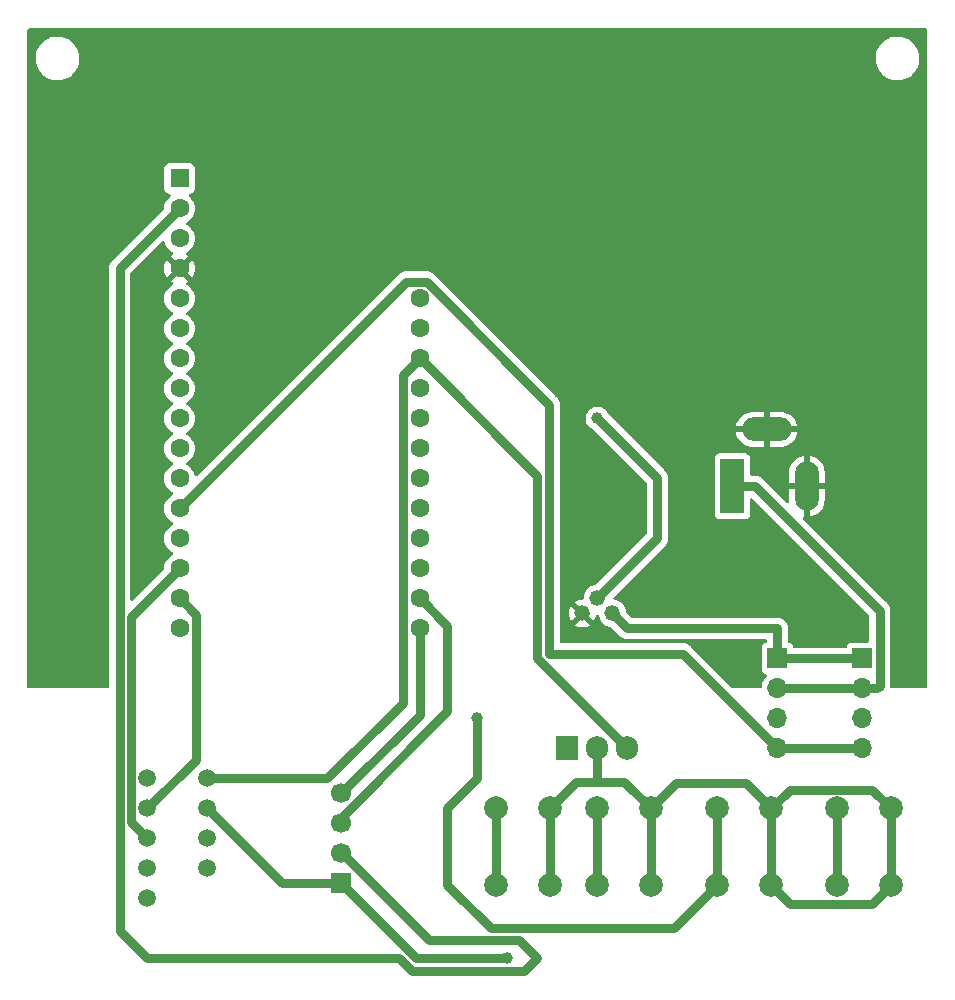
<source format=gbr>
%TF.GenerationSoftware,KiCad,Pcbnew,7.0.6*%
%TF.CreationDate,2024-05-09T00:55:35-07:00*%
%TF.ProjectId,PCB final,50434220-6669-46e6-916c-2e6b69636164,rev?*%
%TF.SameCoordinates,Original*%
%TF.FileFunction,Copper,L2,Bot*%
%TF.FilePolarity,Positive*%
%FSLAX46Y46*%
G04 Gerber Fmt 4.6, Leading zero omitted, Abs format (unit mm)*
G04 Created by KiCad (PCBNEW 7.0.6) date 2024-05-09 00:55:35*
%MOMM*%
%LPD*%
G01*
G04 APERTURE LIST*
%TA.AperFunction,ComponentPad*%
%ADD10R,1.700000X1.700000*%
%TD*%
%TA.AperFunction,ComponentPad*%
%ADD11O,1.700000X1.700000*%
%TD*%
%TA.AperFunction,ComponentPad*%
%ADD12C,2.000000*%
%TD*%
%TA.AperFunction,ComponentPad*%
%ADD13C,1.320800*%
%TD*%
%TA.AperFunction,ComponentPad*%
%ADD14R,2.000000X4.600000*%
%TD*%
%TA.AperFunction,ComponentPad*%
%ADD15O,2.000000X4.200000*%
%TD*%
%TA.AperFunction,ComponentPad*%
%ADD16O,4.200000X2.000000*%
%TD*%
%TA.AperFunction,ComponentPad*%
%ADD17R,1.600000X1.600000*%
%TD*%
%TA.AperFunction,ComponentPad*%
%ADD18C,1.600000*%
%TD*%
%TA.AperFunction,ComponentPad*%
%ADD19R,1.905000X2.000000*%
%TD*%
%TA.AperFunction,ComponentPad*%
%ADD20O,1.905000X2.000000*%
%TD*%
%TA.AperFunction,ComponentPad*%
%ADD21C,1.700000*%
%TD*%
%TA.AperFunction,ComponentPad*%
%ADD22C,1.508000*%
%TD*%
%TA.AperFunction,ViaPad*%
%ADD23C,1.000000*%
%TD*%
%TA.AperFunction,Conductor*%
%ADD24C,0.800000*%
%TD*%
G04 APERTURE END LIST*
D10*
%TO.P,FAN2,1,Pin_1*%
%TO.N,FAN1 (GND)*%
X98630000Y-116840000D03*
D11*
%TO.P,FAN2,2,Pin_2*%
%TO.N,Net-(FAN1-Pin_2)*%
X98630000Y-119380000D03*
%TO.P,FAN2,3,Pin_3*%
%TO.N,unconnected-(FAN2-Pin_3-Pad3)*%
X98630000Y-121920000D03*
%TO.P,FAN2,4,Pin_4*%
%TO.N,FAN (PWM)*%
X98630000Y-124460000D03*
%TD*%
D12*
%TO.P,SW1,1,1*%
%TO.N,Net-(ESP32FeatherBoard1-DAC2{slash}A0)*%
X67650000Y-136040000D03*
X67650000Y-129540000D03*
%TO.P,SW1,2,2*%
%TO.N,GND*%
X72150000Y-136040000D03*
X72150000Y-129540000D03*
%TD*%
%TO.P,SW2,1,1*%
%TO.N,Net-(ESP32FeatherBoard1-DAC1{slash}A1)*%
X76200000Y-136040000D03*
X76200000Y-129540000D03*
%TO.P,SW2,2,2*%
%TO.N,GND*%
X80700000Y-136040000D03*
X80700000Y-129540000D03*
%TD*%
D13*
%TO.P,TN0702N3-G1,1,SOURCE*%
%TO.N,GND*%
X74930000Y-113030000D03*
%TO.P,TN0702N3-G1,2,GATE*%
%TO.N,Net-(ESP32FeatherBoard1-MISO{slash}IO19)*%
X76200000Y-111760000D03*
%TO.P,TN0702N3-G1,3,DRAIN*%
%TO.N,FAN1 (GND)*%
X77470000Y-113030000D03*
%TD*%
D12*
%TO.P,SW3,1,1*%
%TO.N,Net-(ESP32FeatherBoard1-I34{slash}A2)*%
X96520000Y-136040000D03*
X96520000Y-129540000D03*
%TO.P,SW3,2,2*%
%TO.N,GND*%
X101020000Y-136040000D03*
X101020000Y-129540000D03*
%TD*%
D14*
%TO.P,BarrelJack1,1*%
%TO.N,Net-(FAN1-Pin_2)*%
X87630000Y-102250000D03*
D15*
%TO.P,BarrelJack1,2*%
%TO.N,GND*%
X93930000Y-102250000D03*
D16*
%TO.P,BarrelJack1,3*%
X90530000Y-97450000D03*
%TD*%
D17*
%TO.P,ESP32FeatherBoard1,1,~{RESET}*%
%TO.N,unconnected-(ESP32FeatherBoard1-~{RESET}-Pad1)*%
X40826000Y-76200000D03*
D18*
%TO.P,ESP32FeatherBoard1,2,3V3*%
%TO.N,Net-(ESP32FeatherBoard1-3V3)*%
X40826000Y-78740000D03*
%TO.P,ESP32FeatherBoard1,3,NC*%
%TO.N,unconnected-(ESP32FeatherBoard1-NC-Pad3)*%
X40826000Y-81280000D03*
%TO.P,ESP32FeatherBoard1,4,GND*%
%TO.N,GND*%
X40826000Y-83820000D03*
%TO.P,ESP32FeatherBoard1,5,DAC2/A0*%
%TO.N,Net-(ESP32FeatherBoard1-DAC2{slash}A0)*%
X40826000Y-86360000D03*
%TO.P,ESP32FeatherBoard1,6,DAC1/A1*%
%TO.N,Net-(ESP32FeatherBoard1-DAC1{slash}A1)*%
X40826000Y-88900000D03*
%TO.P,ESP32FeatherBoard1,7,I34/A2*%
%TO.N,Net-(ESP32FeatherBoard1-I34{slash}A2)*%
X40826000Y-91440000D03*
%TO.P,ESP32FeatherBoard1,8,I39/A3*%
%TO.N,Net-(ESP32FeatherBoard1-I39{slash}A3)*%
X40826000Y-93980000D03*
%TO.P,ESP32FeatherBoard1,9,IO36/A4*%
%TO.N,unconnected-(ESP32FeatherBoard1-IO36{slash}A4-Pad9)*%
X40826000Y-96520000D03*
%TO.P,ESP32FeatherBoard1,10,IO4/A5*%
%TO.N,unconnected-(ESP32FeatherBoard1-IO4{slash}A5-Pad10)*%
X40826000Y-99060000D03*
%TO.P,ESP32FeatherBoard1,11,SCK/IO5*%
%TO.N,unconnected-(ESP32FeatherBoard1-SCK{slash}IO5-Pad11)*%
X40826000Y-101600000D03*
%TO.P,ESP32FeatherBoard1,12,MOSI/IO18*%
%TO.N,FAN (PWM)*%
X40826000Y-104140000D03*
%TO.P,ESP32FeatherBoard1,13,MISO/IO19*%
%TO.N,Net-(ESP32FeatherBoard1-MISO{slash}IO19)*%
X40826000Y-106680000D03*
%TO.P,ESP32FeatherBoard1,14,RX/IO16*%
%TO.N,Net-(ESP32FeatherBoard1-RX{slash}IO16)*%
X40826000Y-109220000D03*
%TO.P,ESP32FeatherBoard1,15,TX/IO17*%
%TO.N,Net-(ESP32FeatherBoard1-TX{slash}IO17)*%
X40826000Y-111760000D03*
%TO.P,ESP32FeatherBoard1,16,IO21*%
%TO.N,unconnected-(ESP32FeatherBoard1-IO21-Pad16)*%
X40826000Y-114300000D03*
%TO.P,ESP32FeatherBoard1,17,SDA/IO23*%
%TO.N,Net-(ESP32FeatherBoard1-SDA{slash}IO23)*%
X61146000Y-114300000D03*
%TO.P,ESP32FeatherBoard1,18,SCL/IO22*%
%TO.N,Net-(ESP32FeatherBoard1-SCL{slash}IO22)*%
X61146000Y-111760000D03*
%TO.P,ESP32FeatherBoard1,19,A6/IO14*%
%TO.N,unconnected-(ESP32FeatherBoard1-A6{slash}IO14-Pad19)*%
X61146000Y-109220000D03*
%TO.P,ESP32FeatherBoard1,20,A7/IO32*%
%TO.N,unconnected-(ESP32FeatherBoard1-A7{slash}IO32-Pad20)*%
X61146000Y-106680000D03*
%TO.P,ESP32FeatherBoard1,21,A8/IO15*%
%TO.N,unconnected-(ESP32FeatherBoard1-A8{slash}IO15-Pad21)*%
X61146000Y-104140000D03*
%TO.P,ESP32FeatherBoard1,22,A9/IO33*%
%TO.N,unconnected-(ESP32FeatherBoard1-A9{slash}IO33-Pad22)*%
X61146000Y-101600000D03*
%TO.P,ESP32FeatherBoard1,23,A10/IO27*%
%TO.N,unconnected-(ESP32FeatherBoard1-A10{slash}IO27-Pad23)*%
X61146000Y-99060000D03*
%TO.P,ESP32FeatherBoard1,24,A11/IO12*%
%TO.N,unconnected-(ESP32FeatherBoard1-A11{slash}IO12-Pad24)*%
X61146000Y-96520000D03*
%TO.P,ESP32FeatherBoard1,25,A12/IO13*%
%TO.N,unconnected-(ESP32FeatherBoard1-A12{slash}IO13-Pad25)*%
X61146000Y-93980000D03*
%TO.P,ESP32FeatherBoard1,26,USB*%
%TO.N,USB*%
X61146000Y-91440000D03*
%TO.P,ESP32FeatherBoard1,27,EN*%
%TO.N,unconnected-(ESP32FeatherBoard1-EN-Pad27)*%
X61146000Y-88900000D03*
%TO.P,ESP32FeatherBoard1,28,VBAT*%
%TO.N,unconnected-(ESP32FeatherBoard1-VBAT-Pad28)*%
X61146000Y-86360000D03*
%TD*%
D19*
%TO.P,LM7805,1,IN*%
%TO.N,Net-(FAN1-Pin_2)*%
X73660000Y-124460000D03*
D20*
%TO.P,LM7805,2,GND*%
%TO.N,GND*%
X76200000Y-124460000D03*
%TO.P,LM7805,3,OUT*%
%TO.N,USB*%
X78740000Y-124460000D03*
%TD*%
D10*
%TO.P,OLED-SSD1306,1,GND*%
%TO.N,GND*%
X54464000Y-135890000D03*
D21*
%TO.P,OLED-SSD1306,2,VCC*%
%TO.N,Net-(ESP32FeatherBoard1-3V3)*%
X54464000Y-133350000D03*
%TO.P,OLED-SSD1306,3,SCL*%
%TO.N,Net-(ESP32FeatherBoard1-SCL{slash}IO22)*%
X54464000Y-130810000D03*
%TO.P,OLED-SSD1306,4,SDA*%
%TO.N,Net-(ESP32FeatherBoard1-SDA{slash}IO23)*%
X54464000Y-128270000D03*
%TD*%
D22*
%TO.P,MH-Z19B1,GND,GND*%
%TO.N,GND*%
X43180000Y-129540000D03*
%TO.P,MH-Z19B1,RX,RX*%
%TO.N,Net-(ESP32FeatherBoard1-TX{slash}IO17)*%
X38100000Y-129540000D03*
%TO.P,MH-Z19B1,TX,TX*%
%TO.N,Net-(ESP32FeatherBoard1-RX{slash}IO16)*%
X38100000Y-132080000D03*
%TO.P,MH-Z19B1,VIN,VIN*%
%TO.N,USB*%
X43180000Y-127000000D03*
%TO.P,MH-Z19B1,X@1*%
%TO.N,N/C*%
X43180000Y-132080000D03*
%TO.P,MH-Z19B1,X@2*%
X43180000Y-134620000D03*
%TO.P,MH-Z19B1,X@3*%
X38100000Y-127000000D03*
%TO.P,MH-Z19B1,X@4*%
X38100000Y-134620000D03*
%TO.P,MH-Z19B1,XQ5*%
X38100000Y-137160000D03*
%TD*%
D10*
%TO.P,FAN1,1,Pin_1*%
%TO.N,FAN1 (GND)*%
X91440000Y-116840000D03*
D11*
%TO.P,FAN1,2,Pin_2*%
%TO.N,Net-(FAN1-Pin_2)*%
X91440000Y-119380000D03*
%TO.P,FAN1,3,Pin_3*%
%TO.N,unconnected-(FAN1-Pin_3-Pad3)*%
X91440000Y-121920000D03*
%TO.P,FAN1,4,Pin_4*%
%TO.N,FAN (PWM)*%
X91440000Y-124460000D03*
%TD*%
D12*
%TO.P,SW4,1,1*%
%TO.N,Net-(ESP32FeatherBoard1-I39{slash}A3)*%
X86360000Y-136040000D03*
X86360000Y-129540000D03*
%TO.P,SW4,2,2*%
%TO.N,GND*%
X90860000Y-136040000D03*
X90860000Y-129540000D03*
%TD*%
D23*
%TO.N,GND*%
X68580000Y-142240000D03*
%TO.N,Net-(ESP32FeatherBoard1-I39{slash}A3)*%
X66040000Y-121920000D03*
%TO.N,Net-(ESP32FeatherBoard1-MISO{slash}IO19)*%
X76200000Y-96520000D03*
%TD*%
D24*
%TO.N,GND*%
X60814000Y-142240000D02*
X68580000Y-142240000D01*
X82825786Y-127414214D02*
X80700000Y-129540000D01*
X101020000Y-129540000D02*
X99420000Y-127940000D01*
X76200000Y-124460000D02*
X76200000Y-126870000D01*
X76200000Y-127320000D02*
X74370000Y-127320000D01*
X49530000Y-135890000D02*
X54464000Y-135890000D01*
X76200000Y-124460000D02*
X76200000Y-127320000D01*
X90860000Y-129540000D02*
X90860000Y-136040000D01*
X88734214Y-127414214D02*
X82825786Y-127414214D01*
X101020000Y-136040000D02*
X99420000Y-137640000D01*
X90860000Y-129540000D02*
X88734214Y-127414214D01*
X92460000Y-137640000D02*
X90860000Y-136040000D01*
X78480000Y-127320000D02*
X80700000Y-129540000D01*
X101020000Y-129540000D02*
X101020000Y-136040000D01*
X76200000Y-127320000D02*
X78480000Y-127320000D01*
X72150000Y-129540000D02*
X72150000Y-136040000D01*
X92460000Y-127940000D02*
X90860000Y-129540000D01*
X99420000Y-127940000D02*
X92460000Y-127940000D01*
X43180000Y-129540000D02*
X49530000Y-135890000D01*
X74370000Y-127320000D02*
X72150000Y-129540000D01*
X99420000Y-137640000D02*
X92460000Y-137640000D01*
X80700000Y-129540000D02*
X80700000Y-136040000D01*
X54464000Y-135890000D02*
X60814000Y-142240000D01*
%TO.N,Net-(ESP32FeatherBoard1-3V3)*%
X69580000Y-140700000D02*
X61960000Y-140700000D01*
X35746000Y-83820000D02*
X35746000Y-139886000D01*
X35746000Y-139886000D02*
X38100000Y-142240000D01*
X71120000Y-142240000D02*
X69580000Y-140700000D01*
X54610000Y-133350000D02*
X54464000Y-133350000D01*
X59399786Y-142240000D02*
X60499786Y-143340000D01*
X61960000Y-140700000D02*
X54610000Y-133350000D01*
X40826000Y-78740000D02*
X35746000Y-83820000D01*
X60499786Y-143340000D02*
X70020000Y-143340000D01*
X70020000Y-143340000D02*
X71120000Y-142240000D01*
X38100000Y-142240000D02*
X59399786Y-142240000D01*
%TO.N,USB*%
X71120000Y-101414000D02*
X71120000Y-116840000D01*
X71120000Y-116840000D02*
X78740000Y-124460000D01*
X59746000Y-92840000D02*
X59746000Y-120594000D01*
X59746000Y-120594000D02*
X53340000Y-127000000D01*
X61146000Y-91440000D02*
X59746000Y-92840000D01*
X53340000Y-127000000D02*
X43180000Y-127000000D01*
X61146000Y-91440000D02*
X71120000Y-101414000D01*
%TO.N,FAN1 (GND)*%
X91440000Y-116840000D02*
X98630000Y-116840000D01*
X78740000Y-114300000D02*
X91440000Y-114300000D01*
X91440000Y-114300000D02*
X91440000Y-116840000D01*
X78740000Y-114300000D02*
X77470000Y-113030000D01*
%TO.N,Net-(ESP32FeatherBoard1-DAC2{slash}A0)*%
X67650000Y-129540000D02*
X67650000Y-136040000D01*
%TO.N,Net-(ESP32FeatherBoard1-DAC1{slash}A1)*%
X76200000Y-129540000D02*
X76200000Y-136040000D01*
%TO.N,Net-(ESP32FeatherBoard1-I34{slash}A2)*%
X96520000Y-129540000D02*
X96520000Y-136040000D01*
%TO.N,Net-(ESP32FeatherBoard1-I39{slash}A3)*%
X63500000Y-135982742D02*
X67217258Y-139700000D01*
X66040000Y-121920000D02*
X66040000Y-127000000D01*
X63500000Y-129540000D02*
X63500000Y-135982742D01*
X86360000Y-129540000D02*
X86360000Y-136040000D01*
X67217258Y-139700000D02*
X82700000Y-139700000D01*
X66040000Y-127000000D02*
X63500000Y-129540000D01*
X82700000Y-139700000D02*
X86360000Y-136040000D01*
%TO.N,FAN (PWM)*%
X61725899Y-84960000D02*
X60006000Y-84960000D01*
X60006000Y-84960000D02*
X40826000Y-104140000D01*
X98630000Y-124460000D02*
X91440000Y-124460000D01*
X83405786Y-116425786D02*
X72120000Y-116425786D01*
X72120000Y-95354101D02*
X61725899Y-84960000D01*
X72120000Y-116425786D02*
X72120000Y-95354101D01*
X91440000Y-124460000D02*
X83405786Y-116425786D01*
%TO.N,Net-(ESP32FeatherBoard1-MISO{slash}IO19)*%
X81280000Y-101600000D02*
X81280000Y-106680000D01*
X76200000Y-96520000D02*
X81280000Y-101600000D01*
X81280000Y-106680000D02*
X76200000Y-111760000D01*
%TO.N,Net-(ESP32FeatherBoard1-RX{slash}IO16)*%
X40826000Y-109220000D02*
X36746000Y-113300000D01*
X36746000Y-113300000D02*
X36746000Y-130726000D01*
X36746000Y-130726000D02*
X38100000Y-132080000D01*
%TO.N,Net-(ESP32FeatherBoard1-TX{slash}IO17)*%
X42226000Y-125414000D02*
X38100000Y-129540000D01*
X42226000Y-113160000D02*
X42226000Y-125414000D01*
X40826000Y-111760000D02*
X42226000Y-113160000D01*
%TO.N,Net-(ESP32FeatherBoard1-SDA{slash}IO23)*%
X54464000Y-128270000D02*
X61146000Y-121588000D01*
X61146000Y-121588000D02*
X61146000Y-114300000D01*
%TO.N,Net-(ESP32FeatherBoard1-SCL{slash}IO22)*%
X63500000Y-114114000D02*
X61146000Y-111760000D01*
X63500000Y-121284610D02*
X63500000Y-114114000D01*
X54464000Y-130810000D02*
X54464000Y-130320610D01*
X54464000Y-130320610D02*
X63500000Y-121284610D01*
%TO.N,Net-(FAN1-Pin_2)*%
X87630000Y-102250000D02*
X89550000Y-102250000D01*
X100080000Y-112780000D02*
X100080000Y-119132081D01*
X89550000Y-102250000D02*
X100080000Y-112780000D01*
X91440000Y-119380000D02*
X98630000Y-119380000D01*
X99832081Y-119380000D02*
X98630000Y-119380000D01*
X100080000Y-119132081D02*
X99832081Y-119380000D01*
%TD*%
%TA.AperFunction,Conductor*%
%TO.N,GND*%
G36*
X34845500Y-119256000D02*
G01*
X34825815Y-119323039D01*
X34773011Y-119368794D01*
X34721500Y-119380000D01*
X28064500Y-119380000D01*
X27997461Y-119360315D01*
X27951706Y-119307511D01*
X27940500Y-119256000D01*
X27940500Y-114300000D01*
X34845500Y-114300000D01*
X34845500Y-119256000D01*
G37*
%TD.AperFunction*%
%TD*%
%TA.AperFunction,Conductor*%
%TO.N,GND*%
G36*
X78046235Y-114879734D02*
G01*
X78058872Y-114894529D01*
X78067113Y-114905872D01*
X78118722Y-114952341D01*
X78121078Y-114954577D01*
X78136619Y-114970118D01*
X78153702Y-114983952D01*
X78156170Y-114986060D01*
X78207781Y-115032531D01*
X78207782Y-115032531D01*
X78207784Y-115032533D01*
X78219918Y-115039538D01*
X78235955Y-115050560D01*
X78246849Y-115059382D01*
X78246851Y-115059383D01*
X78308747Y-115090920D01*
X78311552Y-115092443D01*
X78330998Y-115103670D01*
X78371707Y-115127175D01*
X78371715Y-115127178D01*
X78371716Y-115127179D01*
X78385046Y-115131510D01*
X78403019Y-115138954D01*
X78415512Y-115145320D01*
X78482590Y-115163292D01*
X78485699Y-115164214D01*
X78498933Y-115168514D01*
X78551744Y-115185674D01*
X78562116Y-115186763D01*
X78565684Y-115187139D01*
X78584825Y-115190687D01*
X78598348Y-115194311D01*
X78598354Y-115194312D01*
X78667711Y-115197946D01*
X78670921Y-115198199D01*
X78692808Y-115200500D01*
X78714803Y-115200500D01*
X78718046Y-115200584D01*
X78787388Y-115204219D01*
X78801227Y-115202027D01*
X78820627Y-115200500D01*
X90415500Y-115200500D01*
X90482539Y-115220185D01*
X90528294Y-115272989D01*
X90539500Y-115324500D01*
X90539500Y-115388560D01*
X90519815Y-115455599D01*
X90467011Y-115501354D01*
X90458833Y-115504742D01*
X90347671Y-115546202D01*
X90347664Y-115546206D01*
X90232455Y-115632452D01*
X90232452Y-115632455D01*
X90146206Y-115747664D01*
X90146202Y-115747671D01*
X90095908Y-115882517D01*
X90089501Y-115942116D01*
X90089500Y-115942135D01*
X90089500Y-117737870D01*
X90089501Y-117737876D01*
X90095908Y-117797483D01*
X90146202Y-117932328D01*
X90146206Y-117932335D01*
X90232452Y-118047544D01*
X90232455Y-118047547D01*
X90347664Y-118133793D01*
X90347671Y-118133797D01*
X90479081Y-118182810D01*
X90535015Y-118224681D01*
X90559432Y-118290145D01*
X90544580Y-118358418D01*
X90523430Y-118386673D01*
X90401503Y-118508600D01*
X90265965Y-118702169D01*
X90265964Y-118702171D01*
X90166098Y-118916335D01*
X90166094Y-118916344D01*
X90104938Y-119144586D01*
X90104936Y-119144596D01*
X90094244Y-119266808D01*
X90068791Y-119331877D01*
X90012200Y-119372855D01*
X89970716Y-119380000D01*
X87684861Y-119380000D01*
X87617822Y-119360315D01*
X87597180Y-119343681D01*
X84099550Y-115846051D01*
X84086912Y-115831254D01*
X84078673Y-115819914D01*
X84027063Y-115773443D01*
X84024708Y-115771209D01*
X84009168Y-115755668D01*
X83992081Y-115741829D01*
X83989617Y-115739725D01*
X83938006Y-115693256D01*
X83937999Y-115693251D01*
X83925856Y-115686240D01*
X83909829Y-115675224D01*
X83898939Y-115666406D01*
X83898937Y-115666405D01*
X83898935Y-115666403D01*
X83880045Y-115656778D01*
X83837052Y-115634871D01*
X83834200Y-115633323D01*
X83774068Y-115598606D01*
X83760735Y-115594274D01*
X83742764Y-115586829D01*
X83730284Y-115580470D01*
X83730272Y-115580465D01*
X83663195Y-115562491D01*
X83660095Y-115561573D01*
X83594042Y-115540112D01*
X83594037Y-115540111D01*
X83594035Y-115540111D01*
X83580100Y-115538646D01*
X83560975Y-115535101D01*
X83547439Y-115531474D01*
X83547429Y-115531472D01*
X83478076Y-115527837D01*
X83474845Y-115527583D01*
X83460323Y-115526057D01*
X83452978Y-115525286D01*
X83452975Y-115525286D01*
X83430989Y-115525286D01*
X83427745Y-115525201D01*
X83358398Y-115521567D01*
X83358397Y-115521567D01*
X83344558Y-115523759D01*
X83325159Y-115525286D01*
X73144500Y-115525286D01*
X73077461Y-115505601D01*
X73031706Y-115452797D01*
X73020500Y-115401286D01*
X73020500Y-114300000D01*
X77466501Y-114300000D01*
X78046235Y-114879734D01*
G37*
%TD.AperFunction*%
%TA.AperFunction,Conductor*%
G36*
X104139500Y-119256000D02*
G01*
X104119815Y-119323039D01*
X104067011Y-119368794D01*
X104015500Y-119380000D01*
X101099411Y-119380000D01*
X101032372Y-119360315D01*
X100986617Y-119307511D01*
X100975581Y-119249512D01*
X100976622Y-119229642D01*
X100977947Y-119204365D01*
X100978200Y-119201152D01*
X100980500Y-119179273D01*
X100980500Y-119157277D01*
X100980585Y-119154031D01*
X100984219Y-119084693D01*
X100982027Y-119070853D01*
X100980500Y-119051454D01*
X100980500Y-114300000D01*
X104139500Y-114300000D01*
X104139500Y-119256000D01*
G37*
%TD.AperFunction*%
%TA.AperFunction,Conductor*%
G36*
X99179500Y-115365500D02*
G01*
X99159815Y-115432539D01*
X99107011Y-115478294D01*
X99055500Y-115489500D01*
X97732129Y-115489500D01*
X97732123Y-115489501D01*
X97672516Y-115495908D01*
X97537671Y-115546202D01*
X97537664Y-115546206D01*
X97422455Y-115632452D01*
X97422452Y-115632455D01*
X97336206Y-115747664D01*
X97336202Y-115747671D01*
X97294742Y-115858833D01*
X97252871Y-115914767D01*
X97187407Y-115939184D01*
X97178560Y-115939500D01*
X92891440Y-115939500D01*
X92824401Y-115919815D01*
X92778646Y-115867011D01*
X92775258Y-115858833D01*
X92733797Y-115747671D01*
X92733793Y-115747664D01*
X92647547Y-115632455D01*
X92647544Y-115632452D01*
X92532335Y-115546206D01*
X92532329Y-115546203D01*
X92421166Y-115504741D01*
X92365233Y-115462869D01*
X92340816Y-115397405D01*
X92340500Y-115388559D01*
X92340500Y-114300000D01*
X99179500Y-114300000D01*
X99179500Y-115365500D01*
G37*
%TD.AperFunction*%
%TD*%
%TA.AperFunction,Conductor*%
%TO.N,GND*%
G36*
X104082539Y-63520185D02*
G01*
X104128294Y-63572989D01*
X104139500Y-63624500D01*
X104139500Y-114300000D01*
X100980500Y-114300000D01*
X100980500Y-112860626D01*
X100982027Y-112841225D01*
X100982932Y-112835512D01*
X100984219Y-112827388D01*
X100980584Y-112758040D01*
X100980500Y-112754797D01*
X100980500Y-112732809D01*
X100980499Y-112732800D01*
X100978201Y-112710936D01*
X100977947Y-112707720D01*
X100974313Y-112638355D01*
X100970685Y-112624814D01*
X100967139Y-112605688D01*
X100965674Y-112591744D01*
X100944209Y-112525682D01*
X100943296Y-112522601D01*
X100925320Y-112455512D01*
X100918956Y-112443022D01*
X100911511Y-112425050D01*
X100907179Y-112411716D01*
X100872453Y-112351569D01*
X100870903Y-112348714D01*
X100839383Y-112286851D01*
X100830557Y-112275952D01*
X100819540Y-112259920D01*
X100817065Y-112255633D01*
X100812533Y-112247784D01*
X100775350Y-112206488D01*
X100766058Y-112196168D01*
X100763964Y-112193716D01*
X100750120Y-112176620D01*
X100734568Y-112161068D01*
X100732348Y-112158730D01*
X100685871Y-112107112D01*
X100685869Y-112107110D01*
X100674529Y-112098871D01*
X100659736Y-112086236D01*
X97140765Y-108567265D01*
X93620643Y-105047144D01*
X93587159Y-104985822D01*
X93592143Y-104916130D01*
X93634015Y-104860197D01*
X93650414Y-104854080D01*
X93680000Y-104829022D01*
X93680000Y-103783686D01*
X93720156Y-103809493D01*
X93858111Y-103850000D01*
X94001889Y-103850000D01*
X94139844Y-103809493D01*
X94180000Y-103783686D01*
X94180000Y-104829023D01*
X94299492Y-104809083D01*
X94534603Y-104728369D01*
X94534614Y-104728364D01*
X94753228Y-104610057D01*
X94753237Y-104610051D01*
X94949397Y-104457373D01*
X94949407Y-104457364D01*
X95117767Y-104274478D01*
X95253732Y-104066367D01*
X95353587Y-103838717D01*
X95414612Y-103597738D01*
X95414614Y-103597730D01*
X95430000Y-103412041D01*
X95430000Y-102500000D01*
X94430000Y-102500000D01*
X94430000Y-102000000D01*
X95430000Y-102000000D01*
X95430000Y-101087959D01*
X95414614Y-100902269D01*
X95414612Y-100902261D01*
X95353587Y-100661282D01*
X95253732Y-100433632D01*
X95117767Y-100225521D01*
X94949407Y-100042635D01*
X94949397Y-100042626D01*
X94753237Y-99889948D01*
X94753228Y-99889942D01*
X94534614Y-99771635D01*
X94534603Y-99771630D01*
X94299492Y-99690916D01*
X94180000Y-99670976D01*
X94180000Y-100716313D01*
X94139844Y-100690507D01*
X94001889Y-100650000D01*
X93858111Y-100650000D01*
X93720156Y-100690507D01*
X93680000Y-100716313D01*
X93680000Y-99670976D01*
X93679999Y-99670976D01*
X93560507Y-99690916D01*
X93325396Y-99771630D01*
X93325385Y-99771635D01*
X93106771Y-99889942D01*
X93106762Y-99889948D01*
X92910602Y-100042626D01*
X92910592Y-100042635D01*
X92742232Y-100225521D01*
X92606267Y-100433632D01*
X92506412Y-100661282D01*
X92445387Y-100902261D01*
X92445385Y-100902269D01*
X92430000Y-101087959D01*
X92430000Y-102000000D01*
X93430000Y-102000000D01*
X93430000Y-102500000D01*
X92430000Y-102500000D01*
X92430000Y-103412041D01*
X92442222Y-103559544D01*
X92428140Y-103627980D01*
X92379294Y-103677939D01*
X92311193Y-103693559D01*
X92245458Y-103669881D01*
X92230964Y-103657464D01*
X90243764Y-101670265D01*
X90231126Y-101655468D01*
X90222887Y-101644128D01*
X90171277Y-101597657D01*
X90168922Y-101595423D01*
X90153382Y-101579882D01*
X90136295Y-101566043D01*
X90133831Y-101563939D01*
X90082220Y-101517470D01*
X90082213Y-101517465D01*
X90070070Y-101510454D01*
X90054043Y-101499438D01*
X90043153Y-101490620D01*
X90043151Y-101490619D01*
X90043149Y-101490617D01*
X90024259Y-101480992D01*
X89981266Y-101459085D01*
X89978414Y-101457537D01*
X89918282Y-101422820D01*
X89904949Y-101418488D01*
X89886978Y-101411043D01*
X89874498Y-101404684D01*
X89874486Y-101404679D01*
X89807409Y-101386705D01*
X89804309Y-101385787D01*
X89738256Y-101364326D01*
X89738251Y-101364325D01*
X89738249Y-101364325D01*
X89724314Y-101362860D01*
X89705189Y-101359315D01*
X89691653Y-101355688D01*
X89691643Y-101355686D01*
X89622290Y-101352051D01*
X89619059Y-101351797D01*
X89604537Y-101350271D01*
X89597192Y-101349500D01*
X89597189Y-101349500D01*
X89575203Y-101349500D01*
X89571959Y-101349415D01*
X89502612Y-101345781D01*
X89502611Y-101345781D01*
X89488772Y-101347973D01*
X89469373Y-101349500D01*
X89254499Y-101349500D01*
X89187460Y-101329815D01*
X89141705Y-101277011D01*
X89130499Y-101225500D01*
X89130499Y-100599953D01*
X89130499Y-99902128D01*
X89124091Y-99842517D01*
X89075684Y-99712732D01*
X89073797Y-99707671D01*
X89073793Y-99707664D01*
X88987547Y-99592455D01*
X88987544Y-99592452D01*
X88872335Y-99506206D01*
X88872328Y-99506202D01*
X88737482Y-99455908D01*
X88737483Y-99455908D01*
X88677883Y-99449501D01*
X88677881Y-99449500D01*
X88677873Y-99449500D01*
X88677864Y-99449500D01*
X86582129Y-99449500D01*
X86582123Y-99449501D01*
X86522516Y-99455908D01*
X86387671Y-99506202D01*
X86387664Y-99506206D01*
X86272455Y-99592452D01*
X86272452Y-99592455D01*
X86186206Y-99707664D01*
X86186202Y-99707671D01*
X86135908Y-99842517D01*
X86130810Y-99889942D01*
X86129501Y-99902123D01*
X86129500Y-99902135D01*
X86129500Y-104597870D01*
X86129501Y-104597876D01*
X86135908Y-104657483D01*
X86186202Y-104792328D01*
X86186206Y-104792335D01*
X86272452Y-104907544D01*
X86272455Y-104907547D01*
X86387664Y-104993793D01*
X86387671Y-104993797D01*
X86522517Y-105044091D01*
X86522516Y-105044091D01*
X86529444Y-105044835D01*
X86582127Y-105050500D01*
X88677872Y-105050499D01*
X88737483Y-105044091D01*
X88872331Y-104993796D01*
X88987546Y-104907546D01*
X89073796Y-104792331D01*
X89124091Y-104657483D01*
X89130500Y-104597873D01*
X89130500Y-103403361D01*
X89150185Y-103336322D01*
X89202989Y-103290567D01*
X89272147Y-103280623D01*
X89335703Y-103309648D01*
X89342181Y-103315680D01*
X99143181Y-113116680D01*
X99176666Y-113178003D01*
X99179500Y-113204361D01*
X99179500Y-114300000D01*
X92340500Y-114300000D01*
X92340500Y-114205354D01*
X92331311Y-114162123D01*
X92330295Y-114155709D01*
X92328964Y-114143051D01*
X92325674Y-114111744D01*
X92312011Y-114069698D01*
X92310334Y-114063435D01*
X92306060Y-114043328D01*
X92301144Y-114020197D01*
X92283163Y-113979812D01*
X92280835Y-113973748D01*
X92267179Y-113931716D01*
X92260010Y-113919300D01*
X92245075Y-113893430D01*
X92242127Y-113887644D01*
X92229683Y-113859696D01*
X92224151Y-113847270D01*
X92224149Y-113847267D01*
X92224149Y-113847266D01*
X92198175Y-113811516D01*
X92194638Y-113806070D01*
X92172535Y-113767787D01*
X92172528Y-113767777D01*
X92142954Y-113734934D01*
X92138870Y-113729892D01*
X92112888Y-113694129D01*
X92112887Y-113694128D01*
X92080034Y-113664546D01*
X92075453Y-113659966D01*
X92045871Y-113627112D01*
X92045870Y-113627111D01*
X92045869Y-113627110D01*
X92010119Y-113601137D01*
X92005072Y-113597050D01*
X91972222Y-113567471D01*
X91972212Y-113567464D01*
X91933930Y-113545362D01*
X91928484Y-113541825D01*
X91892736Y-113515853D01*
X91892732Y-113515850D01*
X91892730Y-113515849D01*
X91852349Y-113497870D01*
X91846567Y-113494924D01*
X91808284Y-113472821D01*
X91808281Y-113472820D01*
X91808277Y-113472818D01*
X91766242Y-113459160D01*
X91760179Y-113456833D01*
X91747435Y-113451159D01*
X91719803Y-113438856D01*
X91719802Y-113438856D01*
X91676569Y-113429666D01*
X91670301Y-113427987D01*
X91659861Y-113424595D01*
X91628256Y-113414325D01*
X91584291Y-113409704D01*
X91577880Y-113408688D01*
X91534647Y-113399500D01*
X91534646Y-113399500D01*
X91487192Y-113399500D01*
X79164361Y-113399500D01*
X79097322Y-113379815D01*
X79076680Y-113363181D01*
X78656540Y-112943041D01*
X78623055Y-112881718D01*
X78620750Y-112866800D01*
X78616022Y-112815771D01*
X78600166Y-112760045D01*
X78557144Y-112608838D01*
X78552315Y-112599141D01*
X78461248Y-112416253D01*
X78461247Y-112416252D01*
X78461245Y-112416247D01*
X78331591Y-112244556D01*
X78331587Y-112244552D01*
X78331585Y-112244550D01*
X78172597Y-112099614D01*
X78095510Y-112051884D01*
X77989674Y-111986353D01*
X77789056Y-111908633D01*
X77629210Y-111878752D01*
X77566930Y-111847085D01*
X77531657Y-111786772D01*
X77534591Y-111716964D01*
X77564313Y-111669185D01*
X81859742Y-107373756D01*
X81874525Y-107361130D01*
X81885871Y-107352888D01*
X81932339Y-107301278D01*
X81934540Y-107298958D01*
X81950120Y-107283380D01*
X81963975Y-107266268D01*
X81966054Y-107263834D01*
X82012533Y-107212216D01*
X82019537Y-107200083D01*
X82030563Y-107184041D01*
X82039382Y-107173150D01*
X82063153Y-107126497D01*
X82070919Y-107111252D01*
X82072442Y-107108447D01*
X82107179Y-107048284D01*
X82111509Y-107034956D01*
X82118960Y-107016969D01*
X82125319Y-107004489D01*
X82125320Y-107004488D01*
X82143296Y-106937397D01*
X82144214Y-106934301D01*
X82153183Y-106906697D01*
X82165674Y-106868256D01*
X82167138Y-106854317D01*
X82170687Y-106835175D01*
X82174313Y-106821645D01*
X82177947Y-106752281D01*
X82178201Y-106749064D01*
X82180499Y-106727199D01*
X82180500Y-106727191D01*
X82180500Y-106705201D01*
X82180585Y-106701956D01*
X82184219Y-106632612D01*
X82182027Y-106618772D01*
X82180500Y-106599373D01*
X82180500Y-101680626D01*
X82182027Y-101661225D01*
X82182939Y-101655468D01*
X82184219Y-101647388D01*
X82180584Y-101578040D01*
X82180500Y-101574797D01*
X82180500Y-101552809D01*
X82180499Y-101552800D01*
X82178201Y-101530936D01*
X82177947Y-101527720D01*
X82174313Y-101458355D01*
X82170685Y-101444814D01*
X82167139Y-101425688D01*
X82165674Y-101411744D01*
X82144209Y-101345682D01*
X82143296Y-101342601D01*
X82125320Y-101275512D01*
X82118956Y-101263022D01*
X82111511Y-101245050D01*
X82107179Y-101231716D01*
X82072453Y-101171569D01*
X82070903Y-101168714D01*
X82063152Y-101153502D01*
X82039383Y-101106851D01*
X82030557Y-101095952D01*
X82019540Y-101079920D01*
X82017065Y-101075633D01*
X82012533Y-101067784D01*
X81986514Y-101038887D01*
X81966058Y-101016168D01*
X81963964Y-101013716D01*
X81950120Y-100996620D01*
X81934568Y-100981068D01*
X81932348Y-100978730D01*
X81885871Y-100927112D01*
X81885869Y-100927110D01*
X81874529Y-100918871D01*
X81859736Y-100906236D01*
X78153498Y-97199999D01*
X87950976Y-97199999D01*
X87950978Y-97200000D01*
X88996314Y-97200000D01*
X88970507Y-97240156D01*
X88930000Y-97378111D01*
X88930000Y-97521889D01*
X88970507Y-97659844D01*
X88996314Y-97700000D01*
X87950977Y-97700000D01*
X87970916Y-97819492D01*
X88051630Y-98054603D01*
X88051635Y-98054614D01*
X88169942Y-98273228D01*
X88169948Y-98273237D01*
X88322626Y-98469397D01*
X88322635Y-98469407D01*
X88505522Y-98637767D01*
X88505521Y-98637767D01*
X88713632Y-98773732D01*
X88941282Y-98873587D01*
X89182261Y-98934612D01*
X89182269Y-98934614D01*
X89367959Y-98950000D01*
X90280000Y-98950000D01*
X90280000Y-97950000D01*
X90780000Y-97950000D01*
X90780000Y-98950000D01*
X91692041Y-98950000D01*
X91877730Y-98934614D01*
X91877738Y-98934612D01*
X92118717Y-98873587D01*
X92346367Y-98773732D01*
X92554478Y-98637767D01*
X92737364Y-98469407D01*
X92737373Y-98469397D01*
X92890051Y-98273237D01*
X92890057Y-98273228D01*
X93008364Y-98054614D01*
X93008369Y-98054603D01*
X93089083Y-97819492D01*
X93109023Y-97700000D01*
X92063686Y-97700000D01*
X92089493Y-97659844D01*
X92130000Y-97521889D01*
X92130000Y-97378111D01*
X92089493Y-97240156D01*
X92063686Y-97200000D01*
X93109022Y-97200000D01*
X93109023Y-97199999D01*
X93089083Y-97080507D01*
X93008369Y-96845396D01*
X93008364Y-96845385D01*
X92890057Y-96626771D01*
X92890051Y-96626762D01*
X92737373Y-96430602D01*
X92737364Y-96430592D01*
X92554477Y-96262232D01*
X92554478Y-96262232D01*
X92346367Y-96126267D01*
X92118717Y-96026412D01*
X91877738Y-95965387D01*
X91877730Y-95965385D01*
X91692041Y-95950000D01*
X90780000Y-95950000D01*
X90780000Y-96950000D01*
X90280000Y-96950000D01*
X90280000Y-95950000D01*
X89367959Y-95950000D01*
X89182269Y-95965385D01*
X89182261Y-95965387D01*
X88941282Y-96026412D01*
X88713632Y-96126267D01*
X88505521Y-96262232D01*
X88322635Y-96430592D01*
X88322626Y-96430602D01*
X88169948Y-96626762D01*
X88169942Y-96626771D01*
X88051635Y-96845385D01*
X88051630Y-96845396D01*
X87970916Y-97080507D01*
X87950976Y-97199999D01*
X78153498Y-97199999D01*
X77168213Y-96214714D01*
X77137233Y-96163026D01*
X77128814Y-96135273D01*
X77035913Y-95961467D01*
X77035909Y-95961460D01*
X76910883Y-95809116D01*
X76758539Y-95684090D01*
X76758532Y-95684086D01*
X76584733Y-95591188D01*
X76584727Y-95591186D01*
X76396132Y-95533976D01*
X76396129Y-95533975D01*
X76200000Y-95514659D01*
X76003870Y-95533975D01*
X75815266Y-95591188D01*
X75641467Y-95684086D01*
X75641460Y-95684090D01*
X75489116Y-95809116D01*
X75364090Y-95961460D01*
X75364086Y-95961467D01*
X75271188Y-96135266D01*
X75213975Y-96323870D01*
X75194659Y-96520000D01*
X75213975Y-96716129D01*
X75271188Y-96904733D01*
X75364086Y-97078532D01*
X75364090Y-97078539D01*
X75489116Y-97230883D01*
X75641460Y-97355909D01*
X75641467Y-97355913D01*
X75815273Y-97448814D01*
X75843026Y-97457233D01*
X75894714Y-97488213D01*
X80343181Y-101936680D01*
X80376666Y-101998003D01*
X80379500Y-102024361D01*
X80379500Y-106255638D01*
X80359815Y-106322677D01*
X80343181Y-106343319D01*
X76113397Y-110573102D01*
X76052074Y-110606587D01*
X76048502Y-110607309D01*
X75880955Y-110638630D01*
X75880946Y-110638632D01*
X75880944Y-110638633D01*
X75754075Y-110687782D01*
X75680328Y-110716352D01*
X75680327Y-110716352D01*
X75497402Y-110829614D01*
X75338414Y-110974550D01*
X75338407Y-110974558D01*
X75208760Y-111146239D01*
X75208751Y-111146253D01*
X75112860Y-111338827D01*
X75112855Y-111338840D01*
X75053977Y-111545771D01*
X75034401Y-111757041D01*
X75008615Y-111821978D01*
X74951814Y-111862666D01*
X74910930Y-111869600D01*
X74822475Y-111869600D01*
X74611083Y-111909116D01*
X74611082Y-111909116D01*
X74410552Y-111986801D01*
X74305437Y-112051884D01*
X74880005Y-112626452D01*
X74802850Y-112638673D01*
X74688146Y-112697117D01*
X74597117Y-112788146D01*
X74538673Y-112902850D01*
X74526452Y-112980004D01*
X73949411Y-112402964D01*
X73949410Y-112402965D01*
X73939182Y-112416510D01*
X73843325Y-112609015D01*
X73784471Y-112815868D01*
X73764629Y-113029999D01*
X73784471Y-113244131D01*
X73843325Y-113450984D01*
X73939178Y-113643482D01*
X73939183Y-113643491D01*
X73949410Y-113657033D01*
X74526452Y-113079992D01*
X74538673Y-113157150D01*
X74597117Y-113271854D01*
X74688146Y-113362883D01*
X74802850Y-113421327D01*
X74880005Y-113433547D01*
X74305437Y-114008114D01*
X74410551Y-114073197D01*
X74611083Y-114150883D01*
X74822475Y-114190400D01*
X75037525Y-114190400D01*
X75248916Y-114150883D01*
X75248926Y-114150880D01*
X75449450Y-114073197D01*
X75449452Y-114073196D01*
X75554561Y-114008114D01*
X74979995Y-113433547D01*
X75057150Y-113421327D01*
X75171854Y-113362883D01*
X75262883Y-113271854D01*
X75321327Y-113157150D01*
X75333547Y-113079994D01*
X75910587Y-113657033D01*
X75910588Y-113657033D01*
X75920817Y-113643489D01*
X76016674Y-113450984D01*
X76075527Y-113244135D01*
X76076276Y-113236051D01*
X76102059Y-113171113D01*
X76158857Y-113130422D01*
X76228638Y-113126898D01*
X76289246Y-113161660D01*
X76321440Y-113223671D01*
X76323219Y-113236039D01*
X76323978Y-113244229D01*
X76382855Y-113451159D01*
X76382860Y-113451172D01*
X76478751Y-113643746D01*
X76478753Y-113643749D01*
X76478755Y-113643753D01*
X76478758Y-113643757D01*
X76478760Y-113643760D01*
X76489001Y-113657321D01*
X76608409Y-113815444D01*
X76608412Y-113815446D01*
X76608414Y-113815449D01*
X76767402Y-113960385D01*
X76767404Y-113960386D01*
X76767405Y-113960387D01*
X76950326Y-114073647D01*
X76950327Y-114073647D01*
X76950328Y-114073648D01*
X76989433Y-114088797D01*
X77150944Y-114151367D01*
X77318502Y-114182688D01*
X77380782Y-114214356D01*
X77383397Y-114216896D01*
X77466501Y-114300000D01*
X73020500Y-114300000D01*
X73020500Y-95434727D01*
X73022027Y-95415326D01*
X73024219Y-95401489D01*
X73020584Y-95332141D01*
X73020500Y-95328898D01*
X73020500Y-95306910D01*
X73020499Y-95306901D01*
X73018201Y-95285037D01*
X73017947Y-95281821D01*
X73014313Y-95212456D01*
X73010685Y-95198915D01*
X73007139Y-95179789D01*
X73005674Y-95165845D01*
X72984213Y-95099798D01*
X72983297Y-95096705D01*
X72965320Y-95029614D01*
X72958953Y-95017119D01*
X72951511Y-94999152D01*
X72947179Y-94985817D01*
X72912456Y-94925675D01*
X72910911Y-94922829D01*
X72879385Y-94860955D01*
X72870558Y-94850054D01*
X72859540Y-94834021D01*
X72857065Y-94829734D01*
X72852533Y-94821885D01*
X72826514Y-94792988D01*
X72806058Y-94770269D01*
X72803964Y-94767817D01*
X72790120Y-94750721D01*
X72774568Y-94735169D01*
X72772348Y-94732831D01*
X72725871Y-94681213D01*
X72725869Y-94681211D01*
X72714529Y-94672972D01*
X72699736Y-94660337D01*
X62419663Y-84380265D01*
X62407025Y-84365468D01*
X62398786Y-84354128D01*
X62347176Y-84307657D01*
X62344821Y-84305423D01*
X62329281Y-84289882D01*
X62312194Y-84276043D01*
X62309730Y-84273939D01*
X62258119Y-84227470D01*
X62258112Y-84227465D01*
X62245969Y-84220454D01*
X62229942Y-84209438D01*
X62219052Y-84200620D01*
X62219050Y-84200619D01*
X62219048Y-84200617D01*
X62200158Y-84190992D01*
X62157165Y-84169085D01*
X62154313Y-84167537D01*
X62094181Y-84132820D01*
X62080848Y-84128488D01*
X62062877Y-84121043D01*
X62050397Y-84114684D01*
X62050385Y-84114679D01*
X61983308Y-84096705D01*
X61980208Y-84095787D01*
X61914155Y-84074326D01*
X61914150Y-84074325D01*
X61914148Y-84074325D01*
X61900213Y-84072860D01*
X61881088Y-84069315D01*
X61867552Y-84065688D01*
X61867542Y-84065686D01*
X61798189Y-84062051D01*
X61794958Y-84061797D01*
X61780436Y-84060271D01*
X61773091Y-84059500D01*
X61773088Y-84059500D01*
X61751102Y-84059500D01*
X61747858Y-84059415D01*
X61678511Y-84055781D01*
X61678510Y-84055781D01*
X61664671Y-84057973D01*
X61645272Y-84059500D01*
X60086627Y-84059500D01*
X60067228Y-84057973D01*
X60053388Y-84055781D01*
X59984040Y-84059415D01*
X59980797Y-84059500D01*
X59958808Y-84059500D01*
X59952559Y-84060156D01*
X59936941Y-84061797D01*
X59933710Y-84062051D01*
X59864352Y-84065686D01*
X59850812Y-84069315D01*
X59831686Y-84072860D01*
X59817745Y-84074325D01*
X59817742Y-84074326D01*
X59751692Y-84095785D01*
X59748584Y-84096706D01*
X59681512Y-84114680D01*
X59669020Y-84121045D01*
X59651053Y-84128487D01*
X59637713Y-84132821D01*
X59577592Y-84167533D01*
X59574740Y-84169082D01*
X59512853Y-84200616D01*
X59512837Y-84200626D01*
X59501948Y-84209444D01*
X59485923Y-84220458D01*
X59473785Y-84227466D01*
X59473781Y-84227469D01*
X59422172Y-84273936D01*
X59419710Y-84276039D01*
X59402627Y-84289875D01*
X59402610Y-84289890D01*
X59387065Y-84305435D01*
X59384713Y-84307666D01*
X59333114Y-84354126D01*
X59324869Y-84365474D01*
X59312236Y-84380263D01*
X42307365Y-101385134D01*
X42246042Y-101418619D01*
X42176350Y-101413635D01*
X42120417Y-101371763D01*
X42099909Y-101329546D01*
X42085430Y-101275511D01*
X42072030Y-101225500D01*
X42052741Y-101153511D01*
X42052738Y-101153502D01*
X42022368Y-101088373D01*
X41956568Y-100947266D01*
X41826047Y-100760861D01*
X41826045Y-100760858D01*
X41665141Y-100599954D01*
X41478734Y-100469432D01*
X41478728Y-100469429D01*
X41420725Y-100442382D01*
X41368285Y-100396210D01*
X41349133Y-100329017D01*
X41369348Y-100262135D01*
X41420725Y-100217618D01*
X41478734Y-100190568D01*
X41665139Y-100060047D01*
X41826047Y-99899139D01*
X41956568Y-99712734D01*
X42052739Y-99506496D01*
X42111635Y-99286692D01*
X42131468Y-99060000D01*
X42111635Y-98833308D01*
X42052739Y-98613504D01*
X41956568Y-98407266D01*
X41826047Y-98220861D01*
X41826045Y-98220858D01*
X41665141Y-98059954D01*
X41478734Y-97929432D01*
X41478728Y-97929429D01*
X41420725Y-97902382D01*
X41368285Y-97856210D01*
X41349133Y-97789017D01*
X41369348Y-97722135D01*
X41420725Y-97677618D01*
X41478734Y-97650568D01*
X41665139Y-97520047D01*
X41826047Y-97359139D01*
X41956568Y-97172734D01*
X42052739Y-96966496D01*
X42111635Y-96746692D01*
X42131468Y-96520000D01*
X42111635Y-96293308D01*
X42052739Y-96073504D01*
X41956568Y-95867266D01*
X41826047Y-95680861D01*
X41826045Y-95680858D01*
X41665141Y-95519954D01*
X41478734Y-95389432D01*
X41478728Y-95389429D01*
X41420725Y-95362382D01*
X41368285Y-95316210D01*
X41349133Y-95249017D01*
X41369348Y-95182135D01*
X41420725Y-95137618D01*
X41478734Y-95110568D01*
X41665139Y-94980047D01*
X41826047Y-94819139D01*
X41956568Y-94632734D01*
X42052739Y-94426496D01*
X42111635Y-94206692D01*
X42131468Y-93980000D01*
X42111635Y-93753308D01*
X42052739Y-93533504D01*
X41956568Y-93327266D01*
X41826047Y-93140861D01*
X41826045Y-93140858D01*
X41665141Y-92979954D01*
X41478734Y-92849432D01*
X41478728Y-92849429D01*
X41420725Y-92822382D01*
X41368285Y-92776210D01*
X41349133Y-92709017D01*
X41369348Y-92642135D01*
X41420725Y-92597618D01*
X41478734Y-92570568D01*
X41665139Y-92440047D01*
X41826047Y-92279139D01*
X41956568Y-92092734D01*
X42052739Y-91886496D01*
X42111635Y-91666692D01*
X42131468Y-91440000D01*
X42130599Y-91430073D01*
X42111635Y-91213313D01*
X42111635Y-91213312D01*
X42111635Y-91213308D01*
X42052739Y-90993504D01*
X41956568Y-90787266D01*
X41826047Y-90600861D01*
X41826045Y-90600858D01*
X41665141Y-90439954D01*
X41478734Y-90309432D01*
X41478728Y-90309429D01*
X41420725Y-90282382D01*
X41368285Y-90236210D01*
X41349133Y-90169017D01*
X41369348Y-90102135D01*
X41420725Y-90057618D01*
X41478734Y-90030568D01*
X41665139Y-89900047D01*
X41826047Y-89739139D01*
X41956568Y-89552734D01*
X42052739Y-89346496D01*
X42111635Y-89126692D01*
X42131468Y-88900000D01*
X42111635Y-88673308D01*
X42052739Y-88453504D01*
X41956568Y-88247266D01*
X41826047Y-88060861D01*
X41826045Y-88060858D01*
X41665141Y-87899954D01*
X41478735Y-87769433D01*
X41478736Y-87769433D01*
X41478734Y-87769432D01*
X41420722Y-87742380D01*
X41368284Y-87696208D01*
X41349133Y-87629014D01*
X41369349Y-87562133D01*
X41420721Y-87517619D01*
X41478734Y-87490568D01*
X41665139Y-87360047D01*
X41826047Y-87199139D01*
X41956568Y-87012734D01*
X42052739Y-86806496D01*
X42111635Y-86586692D01*
X42131468Y-86360000D01*
X42111635Y-86133308D01*
X42052739Y-85913504D01*
X41956568Y-85707266D01*
X41826047Y-85520861D01*
X41826045Y-85520858D01*
X41665141Y-85359954D01*
X41478735Y-85229433D01*
X41478736Y-85229433D01*
X41478734Y-85229432D01*
X41420132Y-85202105D01*
X41367694Y-85155933D01*
X41348543Y-85088739D01*
X41368759Y-85021858D01*
X41420135Y-84977341D01*
X41478482Y-84950133D01*
X41551472Y-84899025D01*
X40870401Y-84217953D01*
X40951148Y-84205165D01*
X41064045Y-84147641D01*
X41153641Y-84058045D01*
X41211165Y-83945148D01*
X41223953Y-83864400D01*
X41905025Y-84545472D01*
X41956136Y-84472478D01*
X42052266Y-84266328D01*
X42052269Y-84266317D01*
X42111139Y-84046610D01*
X42111141Y-84046599D01*
X42130966Y-83820002D01*
X42130966Y-83819997D01*
X42111141Y-83593400D01*
X42111139Y-83593389D01*
X42052269Y-83373682D01*
X42052265Y-83373673D01*
X41956133Y-83167516D01*
X41956131Y-83167512D01*
X41905026Y-83094526D01*
X41905025Y-83094526D01*
X41223953Y-83775598D01*
X41211165Y-83694852D01*
X41153641Y-83581955D01*
X41064045Y-83492359D01*
X40951148Y-83434835D01*
X40870400Y-83422046D01*
X41551472Y-82740974D01*
X41551471Y-82740973D01*
X41478483Y-82689866D01*
X41478481Y-82689865D01*
X41420133Y-82662657D01*
X41367694Y-82616484D01*
X41348542Y-82549291D01*
X41368758Y-82482410D01*
X41420129Y-82437895D01*
X41478734Y-82410568D01*
X41665139Y-82280047D01*
X41826047Y-82119139D01*
X41956568Y-81932734D01*
X42052739Y-81726496D01*
X42111635Y-81506692D01*
X42131468Y-81280000D01*
X42111635Y-81053308D01*
X42052739Y-80833504D01*
X41956568Y-80627266D01*
X41826047Y-80440861D01*
X41826045Y-80440858D01*
X41665141Y-80279954D01*
X41478734Y-80149432D01*
X41478728Y-80149429D01*
X41420725Y-80122382D01*
X41368285Y-80076210D01*
X41349133Y-80009017D01*
X41369348Y-79942135D01*
X41420725Y-79897618D01*
X41478734Y-79870568D01*
X41665139Y-79740047D01*
X41826047Y-79579139D01*
X41956568Y-79392734D01*
X42052739Y-79186496D01*
X42111635Y-78966692D01*
X42131468Y-78740000D01*
X42130599Y-78730072D01*
X42111635Y-78513313D01*
X42111635Y-78513312D01*
X42111635Y-78513308D01*
X42052739Y-78293504D01*
X41956568Y-78087266D01*
X41826047Y-77900861D01*
X41826045Y-77900858D01*
X41665143Y-77739956D01*
X41640536Y-77722726D01*
X41596912Y-77668149D01*
X41589719Y-77598650D01*
X41621241Y-77536296D01*
X41681471Y-77500882D01*
X41698404Y-77497861D01*
X41733483Y-77494091D01*
X41868331Y-77443796D01*
X41983546Y-77357546D01*
X42069796Y-77242331D01*
X42120091Y-77107483D01*
X42126500Y-77047873D01*
X42126499Y-75352128D01*
X42120091Y-75292517D01*
X42069796Y-75157669D01*
X42069795Y-75157668D01*
X42069793Y-75157664D01*
X41983547Y-75042455D01*
X41983544Y-75042452D01*
X41868335Y-74956206D01*
X41868328Y-74956202D01*
X41733482Y-74905908D01*
X41733483Y-74905908D01*
X41673883Y-74899501D01*
X41673881Y-74899500D01*
X41673873Y-74899500D01*
X41673864Y-74899500D01*
X39978129Y-74899500D01*
X39978123Y-74899501D01*
X39918516Y-74905908D01*
X39783671Y-74956202D01*
X39783664Y-74956206D01*
X39668455Y-75042452D01*
X39668452Y-75042455D01*
X39582206Y-75157664D01*
X39582202Y-75157671D01*
X39531908Y-75292517D01*
X39525501Y-75352116D01*
X39525501Y-75352123D01*
X39525500Y-75352135D01*
X39525500Y-77047870D01*
X39525501Y-77047876D01*
X39531908Y-77107483D01*
X39582202Y-77242328D01*
X39582206Y-77242335D01*
X39668452Y-77357544D01*
X39668455Y-77357547D01*
X39783664Y-77443793D01*
X39783671Y-77443797D01*
X39828618Y-77460560D01*
X39918517Y-77494091D01*
X39953596Y-77497862D01*
X40018144Y-77524599D01*
X40057993Y-77581991D01*
X40060488Y-77651816D01*
X40024836Y-77711905D01*
X40011464Y-77722725D01*
X39986858Y-77739954D01*
X39825954Y-77900858D01*
X39695432Y-78087265D01*
X39695431Y-78087267D01*
X39599261Y-78293502D01*
X39599258Y-78293511D01*
X39540366Y-78513302D01*
X39540364Y-78513312D01*
X39521400Y-78730072D01*
X39495947Y-78795140D01*
X39485553Y-78806945D01*
X35166263Y-83126236D01*
X35151474Y-83138869D01*
X35140126Y-83147114D01*
X35093666Y-83198713D01*
X35091435Y-83201065D01*
X35075890Y-83216610D01*
X35075875Y-83216627D01*
X35062039Y-83233710D01*
X35059936Y-83236172D01*
X35013469Y-83287781D01*
X35013466Y-83287785D01*
X35006458Y-83299923D01*
X34995444Y-83315948D01*
X34986626Y-83326837D01*
X34986616Y-83326853D01*
X34955082Y-83388740D01*
X34953533Y-83391592D01*
X34918821Y-83451713D01*
X34914487Y-83465053D01*
X34907045Y-83483018D01*
X34900680Y-83495512D01*
X34882706Y-83562584D01*
X34881785Y-83565692D01*
X34860326Y-83631742D01*
X34860325Y-83631745D01*
X34858860Y-83645686D01*
X34855315Y-83664812D01*
X34851686Y-83678352D01*
X34848051Y-83747710D01*
X34847797Y-83750941D01*
X34845500Y-83772810D01*
X34845500Y-83794797D01*
X34845415Y-83798042D01*
X34841781Y-83867387D01*
X34843973Y-83881225D01*
X34845500Y-83900626D01*
X34845500Y-114300000D01*
X27940500Y-114300000D01*
X27940500Y-66107763D01*
X28625787Y-66107763D01*
X28655413Y-66377013D01*
X28655415Y-66377024D01*
X28723926Y-66639082D01*
X28723928Y-66639088D01*
X28829870Y-66888390D01*
X28901998Y-67006575D01*
X28970979Y-67119605D01*
X28970986Y-67119615D01*
X29144253Y-67327819D01*
X29144259Y-67327824D01*
X29345998Y-67508582D01*
X29571910Y-67658044D01*
X29817176Y-67773020D01*
X29817183Y-67773022D01*
X29817185Y-67773023D01*
X30076557Y-67851057D01*
X30076564Y-67851058D01*
X30076569Y-67851060D01*
X30344561Y-67890500D01*
X30344566Y-67890500D01*
X30547636Y-67890500D01*
X30599133Y-67886730D01*
X30750156Y-67875677D01*
X30862758Y-67850593D01*
X31014546Y-67816782D01*
X31014548Y-67816781D01*
X31014553Y-67816780D01*
X31267558Y-67720014D01*
X31503777Y-67587441D01*
X31718177Y-67421888D01*
X31906186Y-67226881D01*
X32063799Y-67006579D01*
X32137787Y-66862669D01*
X32187649Y-66765690D01*
X32187651Y-66765684D01*
X32187656Y-66765675D01*
X32275118Y-66509305D01*
X32324319Y-66242933D01*
X32329259Y-66107763D01*
X99745787Y-66107763D01*
X99775413Y-66377013D01*
X99775415Y-66377024D01*
X99843926Y-66639082D01*
X99843928Y-66639088D01*
X99949870Y-66888390D01*
X100021998Y-67006575D01*
X100090979Y-67119605D01*
X100090986Y-67119615D01*
X100264253Y-67327819D01*
X100264259Y-67327824D01*
X100465998Y-67508582D01*
X100691910Y-67658044D01*
X100937176Y-67773020D01*
X100937183Y-67773022D01*
X100937185Y-67773023D01*
X101196557Y-67851057D01*
X101196564Y-67851058D01*
X101196569Y-67851060D01*
X101464561Y-67890500D01*
X101464566Y-67890500D01*
X101667636Y-67890500D01*
X101719133Y-67886730D01*
X101870156Y-67875677D01*
X101982758Y-67850593D01*
X102134546Y-67816782D01*
X102134548Y-67816781D01*
X102134553Y-67816780D01*
X102387558Y-67720014D01*
X102623777Y-67587441D01*
X102838177Y-67421888D01*
X103026186Y-67226881D01*
X103183799Y-67006579D01*
X103257787Y-66862669D01*
X103307649Y-66765690D01*
X103307651Y-66765684D01*
X103307656Y-66765675D01*
X103395118Y-66509305D01*
X103444319Y-66242933D01*
X103454212Y-65972235D01*
X103424586Y-65702982D01*
X103356072Y-65440912D01*
X103250130Y-65191610D01*
X103109018Y-64960390D01*
X103019747Y-64853119D01*
X102935746Y-64752180D01*
X102935740Y-64752175D01*
X102734002Y-64571418D01*
X102508092Y-64421957D01*
X102508090Y-64421956D01*
X102262824Y-64306980D01*
X102262819Y-64306978D01*
X102262814Y-64306976D01*
X102003442Y-64228942D01*
X102003428Y-64228939D01*
X101887791Y-64211921D01*
X101735439Y-64189500D01*
X101532369Y-64189500D01*
X101532364Y-64189500D01*
X101329844Y-64204323D01*
X101329831Y-64204325D01*
X101065453Y-64263217D01*
X101065446Y-64263220D01*
X100812439Y-64359987D01*
X100576226Y-64492557D01*
X100361822Y-64658112D01*
X100173822Y-64853109D01*
X100173816Y-64853116D01*
X100016202Y-65073419D01*
X100016199Y-65073424D01*
X99892350Y-65314309D01*
X99892343Y-65314327D01*
X99804884Y-65570685D01*
X99804881Y-65570699D01*
X99755681Y-65837068D01*
X99755680Y-65837075D01*
X99745787Y-66107763D01*
X32329259Y-66107763D01*
X32334212Y-65972235D01*
X32304586Y-65702982D01*
X32236072Y-65440912D01*
X32130130Y-65191610D01*
X31989018Y-64960390D01*
X31899747Y-64853119D01*
X31815746Y-64752180D01*
X31815740Y-64752175D01*
X31614002Y-64571418D01*
X31388092Y-64421957D01*
X31388090Y-64421956D01*
X31142824Y-64306980D01*
X31142819Y-64306978D01*
X31142814Y-64306976D01*
X30883442Y-64228942D01*
X30883428Y-64228939D01*
X30767791Y-64211921D01*
X30615439Y-64189500D01*
X30412369Y-64189500D01*
X30412364Y-64189500D01*
X30209844Y-64204323D01*
X30209831Y-64204325D01*
X29945453Y-64263217D01*
X29945446Y-64263220D01*
X29692439Y-64359987D01*
X29456226Y-64492557D01*
X29241822Y-64658112D01*
X29053822Y-64853109D01*
X29053816Y-64853116D01*
X28896202Y-65073419D01*
X28896199Y-65073424D01*
X28772350Y-65314309D01*
X28772343Y-65314327D01*
X28684884Y-65570685D01*
X28684881Y-65570699D01*
X28635681Y-65837068D01*
X28635680Y-65837075D01*
X28625787Y-66107763D01*
X27940500Y-66107763D01*
X27940500Y-63624500D01*
X27960185Y-63557461D01*
X28012989Y-63511706D01*
X28064500Y-63500500D01*
X104015500Y-63500500D01*
X104082539Y-63520185D01*
G37*
%TD.AperFunction*%
%TA.AperFunction,Conductor*%
G36*
X39475649Y-81466362D02*
G01*
X39531582Y-81508234D01*
X39552090Y-81550451D01*
X39599258Y-81726488D01*
X39599261Y-81726497D01*
X39695431Y-81932732D01*
X39695432Y-81932734D01*
X39825954Y-82119141D01*
X39986858Y-82280045D01*
X39986861Y-82280047D01*
X40173266Y-82410568D01*
X40231865Y-82437893D01*
X40284305Y-82484065D01*
X40303457Y-82551258D01*
X40283242Y-82618139D01*
X40231867Y-82662657D01*
X40173511Y-82689869D01*
X40100527Y-82740972D01*
X40100526Y-82740973D01*
X40781600Y-83422046D01*
X40700852Y-83434835D01*
X40587955Y-83492359D01*
X40498359Y-83581955D01*
X40440835Y-83694852D01*
X40428046Y-83775599D01*
X39746973Y-83094526D01*
X39746972Y-83094527D01*
X39695868Y-83167513D01*
X39599734Y-83373673D01*
X39599730Y-83373682D01*
X39540860Y-83593389D01*
X39540858Y-83593400D01*
X39521034Y-83819997D01*
X39521034Y-83820002D01*
X39540858Y-84046599D01*
X39540860Y-84046610D01*
X39599730Y-84266317D01*
X39599734Y-84266326D01*
X39695865Y-84472481D01*
X39695866Y-84472483D01*
X39746973Y-84545471D01*
X39746974Y-84545472D01*
X40428046Y-83864399D01*
X40440835Y-83945148D01*
X40498359Y-84058045D01*
X40587955Y-84147641D01*
X40700852Y-84205165D01*
X40781599Y-84217953D01*
X40100526Y-84899025D01*
X40100526Y-84899026D01*
X40173512Y-84950131D01*
X40173520Y-84950135D01*
X40231865Y-84977342D01*
X40284305Y-85023514D01*
X40303457Y-85090707D01*
X40283242Y-85157589D01*
X40231867Y-85202105D01*
X40173266Y-85229432D01*
X40173264Y-85229433D01*
X39986858Y-85359954D01*
X39825954Y-85520858D01*
X39695432Y-85707265D01*
X39695431Y-85707267D01*
X39599261Y-85913502D01*
X39599258Y-85913511D01*
X39540366Y-86133302D01*
X39540364Y-86133313D01*
X39520532Y-86359998D01*
X39520532Y-86360001D01*
X39540364Y-86586686D01*
X39540366Y-86586697D01*
X39599258Y-86806488D01*
X39599261Y-86806497D01*
X39695431Y-87012732D01*
X39695432Y-87012734D01*
X39825954Y-87199141D01*
X39986858Y-87360045D01*
X39986861Y-87360047D01*
X40173266Y-87490568D01*
X40231275Y-87517618D01*
X40283714Y-87563791D01*
X40302866Y-87630984D01*
X40282650Y-87697865D01*
X40231275Y-87742382D01*
X40173267Y-87769431D01*
X40173265Y-87769432D01*
X39986858Y-87899954D01*
X39825954Y-88060858D01*
X39695432Y-88247265D01*
X39695431Y-88247267D01*
X39599261Y-88453502D01*
X39599258Y-88453511D01*
X39540366Y-88673302D01*
X39540364Y-88673313D01*
X39520532Y-88899998D01*
X39520532Y-88900001D01*
X39540364Y-89126686D01*
X39540366Y-89126697D01*
X39599258Y-89346488D01*
X39599261Y-89346497D01*
X39695431Y-89552732D01*
X39695432Y-89552734D01*
X39825954Y-89739141D01*
X39986858Y-89900045D01*
X39986861Y-89900047D01*
X40173266Y-90030568D01*
X40231275Y-90057618D01*
X40283714Y-90103791D01*
X40302866Y-90170984D01*
X40282650Y-90237865D01*
X40231275Y-90282382D01*
X40173267Y-90309431D01*
X40173265Y-90309432D01*
X39986858Y-90439954D01*
X39825954Y-90600858D01*
X39695432Y-90787265D01*
X39695431Y-90787267D01*
X39599261Y-90993502D01*
X39599258Y-90993511D01*
X39540366Y-91213302D01*
X39540364Y-91213313D01*
X39520532Y-91439998D01*
X39520532Y-91440001D01*
X39540364Y-91666686D01*
X39540366Y-91666697D01*
X39599258Y-91886488D01*
X39599261Y-91886497D01*
X39695431Y-92092732D01*
X39695432Y-92092734D01*
X39825954Y-92279141D01*
X39986858Y-92440045D01*
X39986861Y-92440047D01*
X40173266Y-92570568D01*
X40231275Y-92597618D01*
X40283714Y-92643791D01*
X40302866Y-92710984D01*
X40282650Y-92777865D01*
X40231275Y-92822382D01*
X40173267Y-92849431D01*
X40173265Y-92849432D01*
X39986858Y-92979954D01*
X39825954Y-93140858D01*
X39695432Y-93327265D01*
X39695431Y-93327267D01*
X39599261Y-93533502D01*
X39599258Y-93533511D01*
X39540366Y-93753302D01*
X39540364Y-93753313D01*
X39520532Y-93979998D01*
X39520532Y-93980001D01*
X39540364Y-94206686D01*
X39540366Y-94206697D01*
X39599258Y-94426488D01*
X39599261Y-94426497D01*
X39695431Y-94632732D01*
X39695432Y-94632734D01*
X39825954Y-94819141D01*
X39986858Y-94980045D01*
X39986861Y-94980047D01*
X40173266Y-95110568D01*
X40231275Y-95137618D01*
X40283714Y-95183791D01*
X40302866Y-95250984D01*
X40282650Y-95317865D01*
X40231275Y-95362382D01*
X40173267Y-95389431D01*
X40173265Y-95389432D01*
X39986858Y-95519954D01*
X39825954Y-95680858D01*
X39695432Y-95867265D01*
X39695431Y-95867267D01*
X39599261Y-96073502D01*
X39599258Y-96073511D01*
X39540366Y-96293302D01*
X39540364Y-96293313D01*
X39520532Y-96519998D01*
X39520532Y-96520001D01*
X39540364Y-96746686D01*
X39540366Y-96746697D01*
X39599258Y-96966488D01*
X39599261Y-96966497D01*
X39695431Y-97172732D01*
X39695432Y-97172734D01*
X39825954Y-97359141D01*
X39986858Y-97520045D01*
X39986861Y-97520047D01*
X40173266Y-97650568D01*
X40231275Y-97677618D01*
X40283714Y-97723791D01*
X40302866Y-97790984D01*
X40282650Y-97857865D01*
X40231275Y-97902382D01*
X40173267Y-97929431D01*
X40173265Y-97929432D01*
X39986858Y-98059954D01*
X39825954Y-98220858D01*
X39695432Y-98407265D01*
X39695431Y-98407267D01*
X39599261Y-98613502D01*
X39599258Y-98613511D01*
X39540366Y-98833302D01*
X39540364Y-98833313D01*
X39520532Y-99059998D01*
X39520532Y-99060001D01*
X39540364Y-99286686D01*
X39540366Y-99286697D01*
X39599258Y-99506488D01*
X39599261Y-99506497D01*
X39695431Y-99712732D01*
X39695432Y-99712734D01*
X39825954Y-99899141D01*
X39986858Y-100060045D01*
X39986861Y-100060047D01*
X40173266Y-100190568D01*
X40231275Y-100217618D01*
X40283714Y-100263791D01*
X40302866Y-100330984D01*
X40282650Y-100397865D01*
X40231275Y-100442382D01*
X40173267Y-100469431D01*
X40173265Y-100469432D01*
X39986858Y-100599954D01*
X39825954Y-100760858D01*
X39695432Y-100947265D01*
X39695431Y-100947267D01*
X39599261Y-101153502D01*
X39599258Y-101153511D01*
X39540366Y-101373302D01*
X39540364Y-101373313D01*
X39520532Y-101599998D01*
X39520532Y-101600001D01*
X39540364Y-101826686D01*
X39540366Y-101826697D01*
X39599258Y-102046488D01*
X39599261Y-102046497D01*
X39695431Y-102252732D01*
X39695432Y-102252734D01*
X39825954Y-102439141D01*
X39986858Y-102600045D01*
X39986861Y-102600047D01*
X40173266Y-102730568D01*
X40231275Y-102757618D01*
X40283714Y-102803791D01*
X40302866Y-102870984D01*
X40282650Y-102937865D01*
X40231275Y-102982382D01*
X40173267Y-103009431D01*
X40173265Y-103009432D01*
X39986858Y-103139954D01*
X39825954Y-103300858D01*
X39695432Y-103487265D01*
X39695431Y-103487267D01*
X39599261Y-103693502D01*
X39599258Y-103693511D01*
X39540366Y-103913302D01*
X39540364Y-103913313D01*
X39520532Y-104139998D01*
X39520532Y-104140001D01*
X39540364Y-104366686D01*
X39540366Y-104366697D01*
X39599258Y-104586488D01*
X39599261Y-104586497D01*
X39695431Y-104792732D01*
X39695432Y-104792734D01*
X39825954Y-104979141D01*
X39986858Y-105140045D01*
X39986861Y-105140047D01*
X40173266Y-105270568D01*
X40231275Y-105297618D01*
X40283714Y-105343791D01*
X40302866Y-105410984D01*
X40282650Y-105477865D01*
X40231275Y-105522382D01*
X40173267Y-105549431D01*
X40173265Y-105549432D01*
X39986858Y-105679954D01*
X39825954Y-105840858D01*
X39695432Y-106027265D01*
X39695431Y-106027267D01*
X39599261Y-106233502D01*
X39599258Y-106233511D01*
X39540366Y-106453302D01*
X39540364Y-106453313D01*
X39520532Y-106679998D01*
X39520532Y-106680001D01*
X39540364Y-106906686D01*
X39540366Y-106906697D01*
X39599258Y-107126488D01*
X39599261Y-107126497D01*
X39695431Y-107332732D01*
X39695432Y-107332734D01*
X39825954Y-107519141D01*
X39986858Y-107680045D01*
X39986861Y-107680047D01*
X40173266Y-107810568D01*
X40231278Y-107837619D01*
X40283713Y-107883788D01*
X40302866Y-107950982D01*
X40282651Y-108017863D01*
X40231277Y-108062380D01*
X40173268Y-108089430D01*
X40173265Y-108089432D01*
X39986858Y-108219954D01*
X39825954Y-108380858D01*
X39695432Y-108567265D01*
X39695431Y-108567267D01*
X39599261Y-108773502D01*
X39599258Y-108773511D01*
X39540366Y-108993302D01*
X39540364Y-108993312D01*
X39521400Y-109210073D01*
X39495947Y-109275141D01*
X39485553Y-109286946D01*
X36858181Y-111914319D01*
X36796858Y-111947804D01*
X36727166Y-111942820D01*
X36671233Y-111900948D01*
X36646816Y-111835484D01*
X36646500Y-111826638D01*
X36646500Y-84244360D01*
X36666185Y-84177321D01*
X36682814Y-84156684D01*
X39344636Y-81494861D01*
X39405957Y-81461378D01*
X39475649Y-81466362D01*
G37*
%TD.AperFunction*%
%TD*%
M02*

</source>
